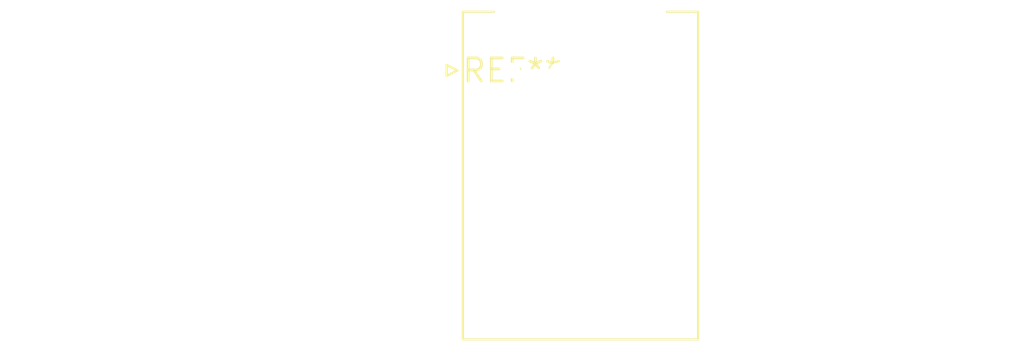
<source format=kicad_pcb>
(kicad_pcb (version 20240108) (generator pcbnew)
  (layers (0 "F.Cu" signal) (31 "B.Cu" signal) (34 "B.Paste" user) (35 "F.Paste" user) (36 "B.SilkS" user "B.Silkscreen") (37 "F.SilkS" user "F.Silkscreen") (38 "B.Mask" user) (39 "F.Mask" user) (44 "Edge.Cuts" user))
  (net 0 "")
  (footprint "JST_J2100_S08B-J21DK-GGXR_2x04_P2.50mm_Horizontal" (layer "F.Cu") (at 0 0)
    (property "Reference" "REF**")
    (property "Value" "JST_J2100_S08B-J21DK-GGXR_2x04_P2.50mm_Horizontal")
    (fp_line (start -3.6 -0.3) (end -3 0) (layer "F.SilkS") (stroke (width 0.12)))
    (fp_line (start -3.6 0.3) (end -3.6 -0.3) (layer "F.SilkS") (stroke (width 0.12)))
    (fp_line (start -3 0) (end -3.6 0.3) (layer "F.SilkS") (stroke (width 0.12)))
    (fp_line (start -2.71 -3.23) (end -2.71 14.79) (layer "F.SilkS") (stroke (width 0.12)))
    (fp_line (start -2.71 14.79) (end 3.75 14.79) (layer "F.SilkS") (stroke (width 0.12)))
    (fp_line (start -1 -3.23) (end -2.71 -3.23) (layer "F.SilkS") (stroke (width 0.12)))
    (fp_line (start 8.5 -3.23) (end 10.21 -3.23) (layer "F.SilkS") (stroke (width 0.12)))
    (fp_line (start 10.21 -3.23) (end 10.21 14.79) (layer "F.SilkS") (stroke (width 0.12)))
    (fp_line (start 10.21 14.79) (end 3.75 14.79) (layer "F.SilkS") (stroke (width 0.12)))
    (pad "" thru_hole circle (at 0 7) (size 3.4 3.4) (drill 2) (layers *.Cu *.Mask) (remove_unused_layers))
    (pad "" thru_hole circle (at 7.5 7) (size 3.4 3.4) (drill 2) (layers *.Cu *.Mask) (remove_unused_layers))
    (pad "1" thru_hole roundrect (at 0 0) (size 1.7 1.7) (drill 0.86) (layers *.Cu *.Mask) (remove_unused_layers) (roundrect_rratio 0.147059))
    (pad "2" thru_hole circle (at 2.5 0) (size 1.7 1.7) (drill 0.86) (layers *.Cu *.Mask) (remove_unused_layers))
    (pad "3" thru_hole circle (at 5 0) (size 1.7 1.7) (drill 0.86) (layers *.Cu *.Mask) (remove_unused_layers))
    (pad "4" thru_hole circle (at 7.5 0) (size 1.7 1.7) (drill 0.86) (layers *.Cu *.Mask) (remove_unused_layers))
    (pad "5" thru_hole circle (at 0 -2.5) (size 1.7 1.7) (drill 0.86) (layers *.Cu *.Mask) (remove_unused_layers))
    (pad "6" thru_hole circle (at 2.5 -2.5) (size 1.7 1.7) (drill 0.86) (layers *.Cu *.Mask) (remove_unused_layers))
    (pad "7" thru_hole circle (at 5 -2.5) (size 1.7 1.7) (drill 0.86) (layers *.Cu *.Mask) (remove_unused_layers))
    (pad "8" thru_hole circle (at 7.5 -2.5) (size 1.7 1.7) (drill 0.86) (layers *.Cu *.Mask) (remove_unused_layers))
  )
)
</source>
